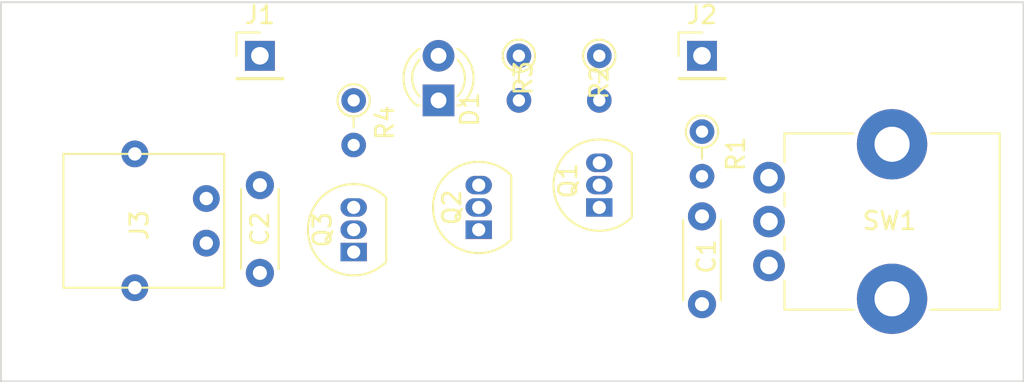
<source format=kicad_pcb>
(kicad_pcb (version 20171130) (host pcbnew "(5.1.8)-1")

  (general
    (thickness 1.6)
    (drawings 4)
    (tracks 0)
    (zones 0)
    (modules 14)
    (nets 12)
  )

  (page A4)
  (layers
    (0 F.Cu signal)
    (31 B.Cu signal)
    (32 B.Adhes user)
    (33 F.Adhes user)
    (34 B.Paste user)
    (35 F.Paste user)
    (36 B.SilkS user)
    (37 F.SilkS user)
    (38 B.Mask user)
    (39 F.Mask user)
    (40 Dwgs.User user)
    (41 Cmts.User user)
    (42 Eco1.User user)
    (43 Eco2.User user)
    (44 Edge.Cuts user)
    (45 Margin user)
    (46 B.CrtYd user)
    (47 F.CrtYd user)
    (48 B.Fab user)
    (49 F.Fab user hide)
  )

  (setup
    (last_trace_width 0.25)
    (trace_clearance 0.2)
    (zone_clearance 0.508)
    (zone_45_only no)
    (trace_min 0.2)
    (via_size 0.8)
    (via_drill 0.4)
    (via_min_size 0.4)
    (via_min_drill 0.3)
    (uvia_size 0.3)
    (uvia_drill 0.1)
    (uvias_allowed no)
    (uvia_min_size 0.2)
    (uvia_min_drill 0.1)
    (edge_width 0.05)
    (segment_width 0.2)
    (pcb_text_width 0.3)
    (pcb_text_size 1.5 1.5)
    (mod_edge_width 0.12)
    (mod_text_size 1 1)
    (mod_text_width 0.15)
    (pad_size 1.524 1.524)
    (pad_drill 0.762)
    (pad_to_mask_clearance 0)
    (aux_axis_origin 0 0)
    (visible_elements FFFFFF7F)
    (pcbplotparams
      (layerselection 0x010fc_ffffffff)
      (usegerberextensions false)
      (usegerberattributes true)
      (usegerberadvancedattributes true)
      (creategerberjobfile true)
      (excludeedgelayer true)
      (linewidth 0.100000)
      (plotframeref false)
      (viasonmask false)
      (mode 1)
      (useauxorigin false)
      (hpglpennumber 1)
      (hpglpenspeed 20)
      (hpglpendiameter 15.000000)
      (psnegative false)
      (psa4output false)
      (plotreference true)
      (plotvalue true)
      (plotinvisibletext false)
      (padsonsilk false)
      (subtractmaskfromsilk false)
      (outputformat 1)
      (mirror false)
      (drillshape 1)
      (scaleselection 1)
      (outputdirectory ""))
  )

  (net 0 "")
  (net 1 "Net-(C1-Pad2)")
  (net 2 "Net-(C1-Pad1)")
  (net 3 "Net-(C2-Pad1)")
  (net 4 "Net-(D1-Pad1)")
  (net 5 "Net-(J2-Pad1)")
  (net 6 "Net-(Q1-Pad1)")
  (net 7 "Net-(Q1-Pad3)")
  (net 8 "Net-(Q2-Pad1)")
  (net 9 "Net-(Q2-Pad3)")
  (net 10 "Net-(Q3-Pad3)")
  (net 11 "Net-(SW1-Pad1)")

  (net_class Default "This is the default net class."
    (clearance 0.2)
    (trace_width 0.25)
    (via_dia 0.8)
    (via_drill 0.4)
    (uvia_dia 0.3)
    (uvia_drill 0.1)
    (add_net "Net-(C1-Pad1)")
    (add_net "Net-(C1-Pad2)")
    (add_net "Net-(C2-Pad1)")
    (add_net "Net-(D1-Pad1)")
    (add_net "Net-(J2-Pad1)")
    (add_net "Net-(Q1-Pad1)")
    (add_net "Net-(Q1-Pad3)")
    (add_net "Net-(Q2-Pad1)")
    (add_net "Net-(Q2-Pad3)")
    (add_net "Net-(Q3-Pad3)")
    (add_net "Net-(SW1-Pad1)")
  )

  (module Capacitor_THT:C_Disc_D4.3mm_W1.9mm_P5.00mm (layer F.Cu) (tedit 5AE50EF0) (tstamp 65A056BA)
    (at 35.56 27.178 270)
    (descr "C, Disc series, Radial, pin pitch=5.00mm, , diameter*width=4.3*1.9mm^2, Capacitor, http://www.vishay.com/docs/45233/krseries.pdf")
    (tags "C Disc series Radial pin pitch 5.00mm  diameter 4.3mm width 1.9mm Capacitor")
    (path /65A08074)
    (fp_text reference C2 (at 2.5 0 90) (layer F.SilkS)
      (effects (font (size 1 1) (thickness 0.15)))
    )
    (fp_text value 10uF (at 2.5 2.2 90) (layer F.Fab)
      (effects (font (size 1 1) (thickness 0.15)))
    )
    (fp_text user %R (at 2.5 0 90) (layer F.Fab)
      (effects (font (size 0.86 0.86) (thickness 0.129)))
    )
    (fp_line (start 0.35 -0.95) (end 0.35 0.95) (layer F.Fab) (width 0.1))
    (fp_line (start 0.35 0.95) (end 4.65 0.95) (layer F.Fab) (width 0.1))
    (fp_line (start 4.65 0.95) (end 4.65 -0.95) (layer F.Fab) (width 0.1))
    (fp_line (start 4.65 -0.95) (end 0.35 -0.95) (layer F.Fab) (width 0.1))
    (fp_line (start 0.23 -1.07) (end 4.77 -1.07) (layer F.SilkS) (width 0.12))
    (fp_line (start 0.23 1.07) (end 4.77 1.07) (layer F.SilkS) (width 0.12))
    (fp_line (start 0.23 -1.07) (end 0.23 -1.055) (layer F.SilkS) (width 0.12))
    (fp_line (start 0.23 1.055) (end 0.23 1.07) (layer F.SilkS) (width 0.12))
    (fp_line (start 4.77 -1.07) (end 4.77 -1.055) (layer F.SilkS) (width 0.12))
    (fp_line (start 4.77 1.055) (end 4.77 1.07) (layer F.SilkS) (width 0.12))
    (fp_line (start -1.05 -1.2) (end -1.05 1.2) (layer F.CrtYd) (width 0.05))
    (fp_line (start -1.05 1.2) (end 6.05 1.2) (layer F.CrtYd) (width 0.05))
    (fp_line (start 6.05 1.2) (end 6.05 -1.2) (layer F.CrtYd) (width 0.05))
    (fp_line (start 6.05 -1.2) (end -1.05 -1.2) (layer F.CrtYd) (width 0.05))
    (pad 2 thru_hole circle (at 5 0 270) (size 1.6 1.6) (drill 0.8) (layers *.Cu *.Mask)
      (net 1 "Net-(C1-Pad2)"))
    (pad 1 thru_hole circle (at 0 0 270) (size 1.6 1.6) (drill 0.8) (layers *.Cu *.Mask)
      (net 3 "Net-(C2-Pad1)"))
    (model ${KISYS3DMOD}/Capacitor_THT.3dshapes/C_Disc_D4.3mm_W1.9mm_P5.00mm.wrl
      (at (xyz 0 0 0))
      (scale (xyz 1 1 1))
      (rotate (xyz 0 0 0))
    )
  )

  (module Resistor_THT:R_Axial_DIN0204_L3.6mm_D1.6mm_P2.54mm_Vertical (layer F.Cu) (tedit 5AE5139B) (tstamp 65A05795)
    (at 40.894 22.352 270)
    (descr "Resistor, Axial_DIN0204 series, Axial, Vertical, pin pitch=2.54mm, 0.167W, length*diameter=3.6*1.6mm^2, http://cdn-reichelt.de/documents/datenblatt/B400/1_4W%23YAG.pdf")
    (tags "Resistor Axial_DIN0204 series Axial Vertical pin pitch 2.54mm 0.167W length 3.6mm diameter 1.6mm")
    (path /65A03A12)
    (fp_text reference R4 (at 1.27 -1.778 90) (layer F.SilkS)
      (effects (font (size 1 1) (thickness 0.15)))
    )
    (fp_text value 680R (at 1.27 1.92 90) (layer F.Fab)
      (effects (font (size 1 1) (thickness 0.15)))
    )
    (fp_text user %R (at 1.27 0 90) (layer F.Fab)
      (effects (font (size 1 1) (thickness 0.15)))
    )
    (fp_circle (center 0 0) (end 0.8 0) (layer F.Fab) (width 0.1))
    (fp_circle (center 0 0) (end 0.92 0) (layer F.SilkS) (width 0.12))
    (fp_line (start 0 0) (end 2.54 0) (layer F.Fab) (width 0.1))
    (fp_line (start 0.92 0) (end 1.54 0) (layer F.SilkS) (width 0.12))
    (fp_line (start -1.05 -1.05) (end -1.05 1.05) (layer F.CrtYd) (width 0.05))
    (fp_line (start -1.05 1.05) (end 3.49 1.05) (layer F.CrtYd) (width 0.05))
    (fp_line (start 3.49 1.05) (end 3.49 -1.05) (layer F.CrtYd) (width 0.05))
    (fp_line (start 3.49 -1.05) (end -1.05 -1.05) (layer F.CrtYd) (width 0.05))
    (pad 2 thru_hole oval (at 2.54 0 270) (size 1.4 1.4) (drill 0.7) (layers *.Cu *.Mask)
      (net 10 "Net-(Q3-Pad3)"))
    (pad 1 thru_hole circle (at 0 0 270) (size 1.4 1.4) (drill 0.7) (layers *.Cu *.Mask)
      (net 4 "Net-(D1-Pad1)"))
    (model ${KISYS3DMOD}/Resistor_THT.3dshapes/R_Axial_DIN0204_L3.6mm_D1.6mm_P2.54mm_Vertical.wrl
      (at (xyz 0 0 0))
      (scale (xyz 1 1 1))
      (rotate (xyz 0 0 0))
    )
  )

  (module Resistor_THT:R_Axial_DIN0204_L3.6mm_D1.6mm_P2.54mm_Vertical (layer F.Cu) (tedit 5AE5139B) (tstamp 65A0577E)
    (at 50.292 19.812 270)
    (descr "Resistor, Axial_DIN0204 series, Axial, Vertical, pin pitch=2.54mm, 0.167W, length*diameter=3.6*1.6mm^2, http://cdn-reichelt.de/documents/datenblatt/B400/1_4W%23YAG.pdf")
    (tags "Resistor Axial_DIN0204 series Axial Vertical pin pitch 2.54mm 0.167W length 3.6mm diameter 1.6mm")
    (path /65A037E2)
    (fp_text reference R3 (at 1.27 -0.254 90) (layer F.SilkS)
      (effects (font (size 1 1) (thickness 0.15)))
    )
    (fp_text value 1K (at 1.27 1.92 90) (layer F.Fab)
      (effects (font (size 1 1) (thickness 0.15)))
    )
    (fp_text user %R (at 1.27 -1.92 90) (layer F.Fab)
      (effects (font (size 1 1) (thickness 0.15)))
    )
    (fp_circle (center 0 0) (end 0.8 0) (layer F.Fab) (width 0.1))
    (fp_circle (center 0 0) (end 0.92 0) (layer F.SilkS) (width 0.12))
    (fp_line (start 0 0) (end 2.54 0) (layer F.Fab) (width 0.1))
    (fp_line (start 0.92 0) (end 1.54 0) (layer F.SilkS) (width 0.12))
    (fp_line (start -1.05 -1.05) (end -1.05 1.05) (layer F.CrtYd) (width 0.05))
    (fp_line (start -1.05 1.05) (end 3.49 1.05) (layer F.CrtYd) (width 0.05))
    (fp_line (start 3.49 1.05) (end 3.49 -1.05) (layer F.CrtYd) (width 0.05))
    (fp_line (start 3.49 -1.05) (end -1.05 -1.05) (layer F.CrtYd) (width 0.05))
    (pad 2 thru_hole oval (at 2.54 0 270) (size 1.4 1.4) (drill 0.7) (layers *.Cu *.Mask)
      (net 9 "Net-(Q2-Pad3)"))
    (pad 1 thru_hole circle (at 0 0 270) (size 1.4 1.4) (drill 0.7) (layers *.Cu *.Mask)
      (net 3 "Net-(C2-Pad1)"))
    (model ${KISYS3DMOD}/Resistor_THT.3dshapes/R_Axial_DIN0204_L3.6mm_D1.6mm_P2.54mm_Vertical.wrl
      (at (xyz 0 0 0))
      (scale (xyz 1 1 1))
      (rotate (xyz 0 0 0))
    )
  )

  (module Resistor_THT:R_Axial_DIN0204_L3.6mm_D1.6mm_P2.54mm_Vertical (layer F.Cu) (tedit 5AE5139B) (tstamp 65A05767)
    (at 54.864 19.812 270)
    (descr "Resistor, Axial_DIN0204 series, Axial, Vertical, pin pitch=2.54mm, 0.167W, length*diameter=3.6*1.6mm^2, http://cdn-reichelt.de/documents/datenblatt/B400/1_4W%23YAG.pdf")
    (tags "Resistor Axial_DIN0204 series Axial Vertical pin pitch 2.54mm 0.167W length 3.6mm diameter 1.6mm")
    (path /65A0361F)
    (fp_text reference R2 (at 1.524 0 90) (layer F.SilkS)
      (effects (font (size 1 1) (thickness 0.15)))
    )
    (fp_text value 10K (at 1.27 1.92 90) (layer F.Fab)
      (effects (font (size 1 1) (thickness 0.15)))
    )
    (fp_text user %R (at 1.27 -1.92 90) (layer F.Fab)
      (effects (font (size 1 1) (thickness 0.15)))
    )
    (fp_circle (center 0 0) (end 0.8 0) (layer F.Fab) (width 0.1))
    (fp_circle (center 0 0) (end 0.92 0) (layer F.SilkS) (width 0.12))
    (fp_line (start 0 0) (end 2.54 0) (layer F.Fab) (width 0.1))
    (fp_line (start 0.92 0) (end 1.54 0) (layer F.SilkS) (width 0.12))
    (fp_line (start -1.05 -1.05) (end -1.05 1.05) (layer F.CrtYd) (width 0.05))
    (fp_line (start -1.05 1.05) (end 3.49 1.05) (layer F.CrtYd) (width 0.05))
    (fp_line (start 3.49 1.05) (end 3.49 -1.05) (layer F.CrtYd) (width 0.05))
    (fp_line (start 3.49 -1.05) (end -1.05 -1.05) (layer F.CrtYd) (width 0.05))
    (pad 2 thru_hole oval (at 2.54 0 270) (size 1.4 1.4) (drill 0.7) (layers *.Cu *.Mask)
      (net 7 "Net-(Q1-Pad3)"))
    (pad 1 thru_hole circle (at 0 0 270) (size 1.4 1.4) (drill 0.7) (layers *.Cu *.Mask)
      (net 3 "Net-(C2-Pad1)"))
    (model ${KISYS3DMOD}/Resistor_THT.3dshapes/R_Axial_DIN0204_L3.6mm_D1.6mm_P2.54mm_Vertical.wrl
      (at (xyz 0 0 0))
      (scale (xyz 1 1 1))
      (rotate (xyz 0 0 0))
    )
  )

  (module Resistor_THT:R_Axial_DIN0204_L3.6mm_D1.6mm_P2.54mm_Vertical (layer F.Cu) (tedit 5AE5139B) (tstamp 65A05750)
    (at 60.706 24.13 270)
    (descr "Resistor, Axial_DIN0204 series, Axial, Vertical, pin pitch=2.54mm, 0.167W, length*diameter=3.6*1.6mm^2, http://cdn-reichelt.de/documents/datenblatt/B400/1_4W%23YAG.pdf")
    (tags "Resistor Axial_DIN0204 series Axial Vertical pin pitch 2.54mm 0.167W length 3.6mm diameter 1.6mm")
    (path /65A02F9F)
    (fp_text reference R1 (at 1.27 -1.92 90) (layer F.SilkS)
      (effects (font (size 1 1) (thickness 0.15)))
    )
    (fp_text value 10k (at 1.27 1.92 90) (layer F.Fab)
      (effects (font (size 1 1) (thickness 0.15)))
    )
    (fp_text user %R (at 1.27 -1.92 90) (layer F.Fab)
      (effects (font (size 1 1) (thickness 0.15)))
    )
    (fp_circle (center 0 0) (end 0.8 0) (layer F.Fab) (width 0.1))
    (fp_circle (center 0 0) (end 0.92 0) (layer F.SilkS) (width 0.12))
    (fp_line (start 0 0) (end 2.54 0) (layer F.Fab) (width 0.1))
    (fp_line (start 0.92 0) (end 1.54 0) (layer F.SilkS) (width 0.12))
    (fp_line (start -1.05 -1.05) (end -1.05 1.05) (layer F.CrtYd) (width 0.05))
    (fp_line (start -1.05 1.05) (end 3.49 1.05) (layer F.CrtYd) (width 0.05))
    (fp_line (start 3.49 1.05) (end 3.49 -1.05) (layer F.CrtYd) (width 0.05))
    (fp_line (start 3.49 -1.05) (end -1.05 -1.05) (layer F.CrtYd) (width 0.05))
    (pad 2 thru_hole oval (at 2.54 0 270) (size 1.4 1.4) (drill 0.7) (layers *.Cu *.Mask)
      (net 2 "Net-(C1-Pad1)"))
    (pad 1 thru_hole circle (at 0 0 270) (size 1.4 1.4) (drill 0.7) (layers *.Cu *.Mask)
      (net 5 "Net-(J2-Pad1)"))
    (model ${KISYS3DMOD}/Resistor_THT.3dshapes/R_Axial_DIN0204_L3.6mm_D1.6mm_P2.54mm_Vertical.wrl
      (at (xyz 0 0 0))
      (scale (xyz 1 1 1))
      (rotate (xyz 0 0 0))
    )
  )

  (module Potentiometer_THT:Potentiometer_Alps_RK09K_Single_Vertical (layer F.Cu) (tedit 5A3D4993) (tstamp 65A096B0)
    (at 64.516 31.75)
    (descr "Potentiometer, vertical, Alps RK09K Single, http://www.alps.com/prod/info/E/HTML/Potentiometer/RotaryPotentiometers/RK09K/RK09K_list.html")
    (tags "Potentiometer vertical Alps RK09K Single")
    (path /65A060CF)
    (fp_text reference SW1 (at 6.858 -2.54) (layer F.SilkS)
      (effects (font (size 1 1) (thickness 0.15)))
    )
    (fp_text value 200K (at 6.05 5.15) (layer F.Fab)
      (effects (font (size 1 1) (thickness 0.15)))
    )
    (fp_text user %R (at 2 -2.5 90) (layer F.Fab)
      (effects (font (size 1 1) (thickness 0.15)))
    )
    (fp_circle (center 7.5 -2.5) (end 10.5 -2.5) (layer F.Fab) (width 0.1))
    (fp_line (start 1 -7.4) (end 1 2.4) (layer F.Fab) (width 0.1))
    (fp_line (start 1 2.4) (end 13 2.4) (layer F.Fab) (width 0.1))
    (fp_line (start 13 2.4) (end 13 -7.4) (layer F.Fab) (width 0.1))
    (fp_line (start 13 -7.4) (end 1 -7.4) (layer F.Fab) (width 0.1))
    (fp_line (start 0.88 -7.521) (end 4.817 -7.521) (layer F.SilkS) (width 0.12))
    (fp_line (start 9.184 -7.521) (end 13.12 -7.521) (layer F.SilkS) (width 0.12))
    (fp_line (start 0.88 2.52) (end 4.817 2.52) (layer F.SilkS) (width 0.12))
    (fp_line (start 9.184 2.52) (end 13.12 2.52) (layer F.SilkS) (width 0.12))
    (fp_line (start 0.88 -7.521) (end 0.88 -5.871) (layer F.SilkS) (width 0.12))
    (fp_line (start 0.88 -4.129) (end 0.88 -3.37) (layer F.SilkS) (width 0.12))
    (fp_line (start 0.88 -1.629) (end 0.88 -0.87) (layer F.SilkS) (width 0.12))
    (fp_line (start 0.88 0.87) (end 0.88 2.52) (layer F.SilkS) (width 0.12))
    (fp_line (start 13.12 -7.521) (end 13.12 2.52) (layer F.SilkS) (width 0.12))
    (fp_line (start -1.15 -9.15) (end -1.15 4.15) (layer F.CrtYd) (width 0.05))
    (fp_line (start -1.15 4.15) (end 13.25 4.15) (layer F.CrtYd) (width 0.05))
    (fp_line (start 13.25 4.15) (end 13.25 -9.15) (layer F.CrtYd) (width 0.05))
    (fp_line (start 13.25 -9.15) (end -1.15 -9.15) (layer F.CrtYd) (width 0.05))
    (pad "" np_thru_hole circle (at 7 1.9) (size 4 4) (drill 2) (layers *.Cu *.Mask))
    (pad "" np_thru_hole circle (at 7 -6.9) (size 4 4) (drill 2) (layers *.Cu *.Mask))
    (pad 1 thru_hole circle (at 0 0) (size 1.8 1.8) (drill 1) (layers *.Cu *.Mask)
      (net 11 "Net-(SW1-Pad1)"))
    (pad 2 thru_hole circle (at 0 -2.5) (size 1.8 1.8) (drill 1) (layers *.Cu *.Mask)
      (net 1 "Net-(C1-Pad2)"))
    (pad 3 thru_hole circle (at 0 -5) (size 1.8 1.8) (drill 1) (layers *.Cu *.Mask)
      (net 2 "Net-(C1-Pad1)"))
    (model ${KISYS3DMOD}/Potentiometer_THT.3dshapes/Potentiometer_Alps_RK09K_Single_Vertical.wrl
      (at (xyz 0 0 0))
      (scale (xyz 1 1 1))
      (rotate (xyz 0 0 0))
    )
  )

  (module Package_TO_SOT_THT:TO-92_Inline (layer F.Cu) (tedit 5A1DD157) (tstamp 65A05739)
    (at 40.894 30.988 90)
    (descr "TO-92 leads in-line, narrow, oval pads, drill 0.75mm (see NXP sot054_po.pdf)")
    (tags "to-92 sc-43 sc-43a sot54 PA33 transistor")
    (path /65A05027)
    (fp_text reference Q3 (at 1.27 -1.778 90) (layer F.SilkS)
      (effects (font (size 1 1) (thickness 0.15)))
    )
    (fp_text value 2N2222 (at 1.27 2.79 90) (layer F.Fab)
      (effects (font (size 1 1) (thickness 0.15)))
    )
    (fp_arc (start 1.27 0) (end 1.27 -2.6) (angle 135) (layer F.SilkS) (width 0.12))
    (fp_arc (start 1.27 0) (end 1.27 -2.48) (angle -135) (layer F.Fab) (width 0.1))
    (fp_arc (start 1.27 0) (end 1.27 -2.6) (angle -135) (layer F.SilkS) (width 0.12))
    (fp_arc (start 1.27 0) (end 1.27 -2.48) (angle 135) (layer F.Fab) (width 0.1))
    (fp_text user %R (at 1.27 0 90) (layer F.Fab)
      (effects (font (size 1 1) (thickness 0.15)))
    )
    (fp_line (start -0.53 1.85) (end 3.07 1.85) (layer F.SilkS) (width 0.12))
    (fp_line (start -0.5 1.75) (end 3 1.75) (layer F.Fab) (width 0.1))
    (fp_line (start -1.46 -2.73) (end 4 -2.73) (layer F.CrtYd) (width 0.05))
    (fp_line (start -1.46 -2.73) (end -1.46 2.01) (layer F.CrtYd) (width 0.05))
    (fp_line (start 4 2.01) (end 4 -2.73) (layer F.CrtYd) (width 0.05))
    (fp_line (start 4 2.01) (end -1.46 2.01) (layer F.CrtYd) (width 0.05))
    (pad 1 thru_hole rect (at 0 0 90) (size 1.05 1.5) (drill 0.75) (layers *.Cu *.Mask)
      (net 1 "Net-(C1-Pad2)"))
    (pad 3 thru_hole oval (at 2.54 0 90) (size 1.05 1.5) (drill 0.75) (layers *.Cu *.Mask)
      (net 10 "Net-(Q3-Pad3)"))
    (pad 2 thru_hole oval (at 1.27 0 90) (size 1.05 1.5) (drill 0.75) (layers *.Cu *.Mask)
      (net 8 "Net-(Q2-Pad1)"))
    (model ${KISYS3DMOD}/Package_TO_SOT_THT.3dshapes/TO-92_Inline.wrl
      (at (xyz 0 0 0))
      (scale (xyz 1 1 1))
      (rotate (xyz 0 0 0))
    )
  )

  (module Package_TO_SOT_THT:TO-92_Inline (layer F.Cu) (tedit 5A1DD157) (tstamp 65A05727)
    (at 48.006 29.718 90)
    (descr "TO-92 leads in-line, narrow, oval pads, drill 0.75mm (see NXP sot054_po.pdf)")
    (tags "to-92 sc-43 sc-43a sot54 PA33 transistor")
    (path /65A04B6B)
    (fp_text reference Q2 (at 1.27 -1.524 90) (layer F.SilkS)
      (effects (font (size 1 1) (thickness 0.15)))
    )
    (fp_text value 2N2222 (at 1.27 2.79 90) (layer F.Fab)
      (effects (font (size 1 1) (thickness 0.15)))
    )
    (fp_arc (start 1.27 0) (end 1.27 -2.6) (angle 135) (layer F.SilkS) (width 0.12))
    (fp_arc (start 1.27 0) (end 1.27 -2.48) (angle -135) (layer F.Fab) (width 0.1))
    (fp_arc (start 1.27 0) (end 1.27 -2.6) (angle -135) (layer F.SilkS) (width 0.12))
    (fp_arc (start 1.27 0) (end 1.27 -2.48) (angle 135) (layer F.Fab) (width 0.1))
    (fp_text user %R (at 1.27 0 90) (layer F.Fab)
      (effects (font (size 1 1) (thickness 0.15)))
    )
    (fp_line (start -0.53 1.85) (end 3.07 1.85) (layer F.SilkS) (width 0.12))
    (fp_line (start -0.5 1.75) (end 3 1.75) (layer F.Fab) (width 0.1))
    (fp_line (start -1.46 -2.73) (end 4 -2.73) (layer F.CrtYd) (width 0.05))
    (fp_line (start -1.46 -2.73) (end -1.46 2.01) (layer F.CrtYd) (width 0.05))
    (fp_line (start 4 2.01) (end 4 -2.73) (layer F.CrtYd) (width 0.05))
    (fp_line (start 4 2.01) (end -1.46 2.01) (layer F.CrtYd) (width 0.05))
    (pad 1 thru_hole rect (at 0 0 90) (size 1.05 1.5) (drill 0.75) (layers *.Cu *.Mask)
      (net 8 "Net-(Q2-Pad1)"))
    (pad 3 thru_hole oval (at 2.54 0 90) (size 1.05 1.5) (drill 0.75) (layers *.Cu *.Mask)
      (net 9 "Net-(Q2-Pad3)"))
    (pad 2 thru_hole oval (at 1.27 0 90) (size 1.05 1.5) (drill 0.75) (layers *.Cu *.Mask)
      (net 6 "Net-(Q1-Pad1)"))
    (model ${KISYS3DMOD}/Package_TO_SOT_THT.3dshapes/TO-92_Inline.wrl
      (at (xyz 0 0 0))
      (scale (xyz 1 1 1))
      (rotate (xyz 0 0 0))
    )
  )

  (module Package_TO_SOT_THT:TO-92_Inline (layer F.Cu) (tedit 5A1DD157) (tstamp 65A05715)
    (at 54.864 28.448 90)
    (descr "TO-92 leads in-line, narrow, oval pads, drill 0.75mm (see NXP sot054_po.pdf)")
    (tags "to-92 sc-43 sc-43a sot54 PA33 transistor")
    (path /65A03E9D)
    (fp_text reference Q1 (at 1.524 -1.778 90) (layer F.SilkS)
      (effects (font (size 1 1) (thickness 0.15)))
    )
    (fp_text value 2N2222 (at 1.27 2.79 90) (layer F.Fab)
      (effects (font (size 1 1) (thickness 0.15)))
    )
    (fp_arc (start 1.27 0) (end 1.27 -2.6) (angle 135) (layer F.SilkS) (width 0.12))
    (fp_arc (start 1.27 0) (end 1.27 -2.48) (angle -135) (layer F.Fab) (width 0.1))
    (fp_arc (start 1.27 0) (end 1.27 -2.6) (angle -135) (layer F.SilkS) (width 0.12))
    (fp_arc (start 1.27 0) (end 1.27 -2.48) (angle 135) (layer F.Fab) (width 0.1))
    (fp_text user %R (at 1.27 0 90) (layer F.Fab)
      (effects (font (size 1 1) (thickness 0.15)))
    )
    (fp_line (start -0.53 1.85) (end 3.07 1.85) (layer F.SilkS) (width 0.12))
    (fp_line (start -0.5 1.75) (end 3 1.75) (layer F.Fab) (width 0.1))
    (fp_line (start -1.46 -2.73) (end 4 -2.73) (layer F.CrtYd) (width 0.05))
    (fp_line (start -1.46 -2.73) (end -1.46 2.01) (layer F.CrtYd) (width 0.05))
    (fp_line (start 4 2.01) (end 4 -2.73) (layer F.CrtYd) (width 0.05))
    (fp_line (start 4 2.01) (end -1.46 2.01) (layer F.CrtYd) (width 0.05))
    (pad 1 thru_hole rect (at 0 0 90) (size 1.05 1.5) (drill 0.75) (layers *.Cu *.Mask)
      (net 6 "Net-(Q1-Pad1)"))
    (pad 3 thru_hole oval (at 2.54 0 90) (size 1.05 1.5) (drill 0.75) (layers *.Cu *.Mask)
      (net 7 "Net-(Q1-Pad3)"))
    (pad 2 thru_hole oval (at 1.27 0 90) (size 1.05 1.5) (drill 0.75) (layers *.Cu *.Mask)
      (net 2 "Net-(C1-Pad1)"))
    (model ${KISYS3DMOD}/Package_TO_SOT_THT.3dshapes/TO-92_Inline.wrl
      (at (xyz 0 0 0))
      (scale (xyz 1 1 1))
      (rotate (xyz 0 0 0))
    )
  )

  (module Connector_USB:USB_Micro_Ali-2Pin (layer F.Cu) (tedit 640EB39D) (tstamp 65A05703)
    (at 24.384 33.02 90)
    (path /65A21B27)
    (fp_text reference J3 (at 3.556 4.318 90) (layer F.SilkS)
      (effects (font (size 1 1) (thickness 0.15)))
    )
    (fp_text value USB_B_Micro (at 4.064 -1.27 90) (layer F.Fab)
      (effects (font (size 1 1) (thickness 0.15)))
    )
    (fp_line (start 0 9.144) (end 0 0) (layer F.SilkS) (width 0.12))
    (fp_line (start 7.62 9.144) (end 0 9.144) (layer F.SilkS) (width 0.12))
    (fp_line (start 7.62 0) (end 7.62 9.144) (layer F.SilkS) (width 0.12))
    (fp_line (start 0 0) (end 7.62 0) (layer F.SilkS) (width 0.12))
    (pad "" thru_hole circle (at 7.62 4.064 90) (size 1.524 1.524) (drill 0.762) (layers *.Cu *.Mask))
    (pad "" thru_hole circle (at 0 4.064 90) (size 1.524 1.524) (drill 0.762) (layers *.Cu *.Mask))
    (pad 1 thru_hole circle (at 5.08 8.128 90) (size 1.524 1.524) (drill 0.762) (layers *.Cu *.Mask)
      (net 3 "Net-(C2-Pad1)"))
    (pad 5 thru_hole circle (at 2.54 8.128 90) (size 1.524 1.524) (drill 0.762) (layers *.Cu *.Mask)
      (net 1 "Net-(C1-Pad2)"))
  )

  (module Connector_PinHeader_2.54mm:PinHeader_1x01_P2.54mm_Vertical (layer F.Cu) (tedit 59FED5CC) (tstamp 65A08E75)
    (at 60.706 19.812)
    (descr "Through hole straight pin header, 1x01, 2.54mm pitch, single row")
    (tags "Through hole pin header THT 1x01 2.54mm single row")
    (path /65A09B81)
    (fp_text reference J2 (at 0 -2.33) (layer F.SilkS)
      (effects (font (size 1 1) (thickness 0.15)))
    )
    (fp_text value "Human -" (at 0 2.33) (layer F.Fab)
      (effects (font (size 1 1) (thickness 0.15)))
    )
    (fp_text user %R (at 0 0 90) (layer F.Fab)
      (effects (font (size 1 1) (thickness 0.15)))
    )
    (fp_line (start -0.635 -1.27) (end 1.27 -1.27) (layer F.Fab) (width 0.1))
    (fp_line (start 1.27 -1.27) (end 1.27 1.27) (layer F.Fab) (width 0.1))
    (fp_line (start 1.27 1.27) (end -1.27 1.27) (layer F.Fab) (width 0.1))
    (fp_line (start -1.27 1.27) (end -1.27 -0.635) (layer F.Fab) (width 0.1))
    (fp_line (start -1.27 -0.635) (end -0.635 -1.27) (layer F.Fab) (width 0.1))
    (fp_line (start -1.33 1.33) (end 1.33 1.33) (layer F.SilkS) (width 0.12))
    (fp_line (start -1.33 1.27) (end -1.33 1.33) (layer F.SilkS) (width 0.12))
    (fp_line (start 1.33 1.27) (end 1.33 1.33) (layer F.SilkS) (width 0.12))
    (fp_line (start -1.33 1.27) (end 1.33 1.27) (layer F.SilkS) (width 0.12))
    (fp_line (start -1.33 0) (end -1.33 -1.33) (layer F.SilkS) (width 0.12))
    (fp_line (start -1.33 -1.33) (end 0 -1.33) (layer F.SilkS) (width 0.12))
    (fp_line (start -1.8 -1.8) (end -1.8 1.8) (layer F.CrtYd) (width 0.05))
    (fp_line (start -1.8 1.8) (end 1.8 1.8) (layer F.CrtYd) (width 0.05))
    (fp_line (start 1.8 1.8) (end 1.8 -1.8) (layer F.CrtYd) (width 0.05))
    (fp_line (start 1.8 -1.8) (end -1.8 -1.8) (layer F.CrtYd) (width 0.05))
    (pad 1 thru_hole rect (at 0 0) (size 1.7 1.7) (drill 1) (layers *.Cu *.Mask)
      (net 5 "Net-(J2-Pad1)"))
    (model ${KISYS3DMOD}/Connector_PinHeader_2.54mm.3dshapes/PinHeader_1x01_P2.54mm_Vertical.wrl
      (at (xyz 0 0 0))
      (scale (xyz 1 1 1))
      (rotate (xyz 0 0 0))
    )
  )

  (module Connector_PinHeader_2.54mm:PinHeader_1x01_P2.54mm_Vertical (layer F.Cu) (tedit 59FED5CC) (tstamp 65A08CDD)
    (at 35.56 19.812)
    (descr "Through hole straight pin header, 1x01, 2.54mm pitch, single row")
    (tags "Through hole pin header THT 1x01 2.54mm single row")
    (path /65A091F0)
    (fp_text reference J1 (at 0 -2.33) (layer F.SilkS)
      (effects (font (size 1 1) (thickness 0.15)))
    )
    (fp_text value "Human +" (at 0 2.33) (layer F.Fab)
      (effects (font (size 1 1) (thickness 0.15)))
    )
    (fp_text user %R (at 0 0 90) (layer F.Fab)
      (effects (font (size 1 1) (thickness 0.15)))
    )
    (fp_line (start -0.635 -1.27) (end 1.27 -1.27) (layer F.Fab) (width 0.1))
    (fp_line (start 1.27 -1.27) (end 1.27 1.27) (layer F.Fab) (width 0.1))
    (fp_line (start 1.27 1.27) (end -1.27 1.27) (layer F.Fab) (width 0.1))
    (fp_line (start -1.27 1.27) (end -1.27 -0.635) (layer F.Fab) (width 0.1))
    (fp_line (start -1.27 -0.635) (end -0.635 -1.27) (layer F.Fab) (width 0.1))
    (fp_line (start -1.33 1.33) (end 1.33 1.33) (layer F.SilkS) (width 0.12))
    (fp_line (start -1.33 1.27) (end -1.33 1.33) (layer F.SilkS) (width 0.12))
    (fp_line (start 1.33 1.27) (end 1.33 1.33) (layer F.SilkS) (width 0.12))
    (fp_line (start -1.33 1.27) (end 1.33 1.27) (layer F.SilkS) (width 0.12))
    (fp_line (start -1.33 0) (end -1.33 -1.33) (layer F.SilkS) (width 0.12))
    (fp_line (start -1.33 -1.33) (end 0 -1.33) (layer F.SilkS) (width 0.12))
    (fp_line (start -1.8 -1.8) (end -1.8 1.8) (layer F.CrtYd) (width 0.05))
    (fp_line (start -1.8 1.8) (end 1.8 1.8) (layer F.CrtYd) (width 0.05))
    (fp_line (start 1.8 1.8) (end 1.8 -1.8) (layer F.CrtYd) (width 0.05))
    (fp_line (start 1.8 -1.8) (end -1.8 -1.8) (layer F.CrtYd) (width 0.05))
    (pad 1 thru_hole rect (at 0 0) (size 1.7 1.7) (drill 1) (layers *.Cu *.Mask)
      (net 3 "Net-(C2-Pad1)"))
    (model ${KISYS3DMOD}/Connector_PinHeader_2.54mm.3dshapes/PinHeader_1x01_P2.54mm_Vertical.wrl
      (at (xyz 0 0 0))
      (scale (xyz 1 1 1))
      (rotate (xyz 0 0 0))
    )
  )

  (module LED_THT:LED_D3.0mm (layer F.Cu) (tedit 587A3A7B) (tstamp 65A056CD)
    (at 45.72 22.352 90)
    (descr "LED, diameter 3.0mm, 2 pins")
    (tags "LED diameter 3.0mm 2 pins")
    (path /65A05504)
    (fp_text reference D1 (at -0.508 1.778 90) (layer F.SilkS)
      (effects (font (size 1 1) (thickness 0.15)))
    )
    (fp_text value LED (at 1.27 2.96 90) (layer F.Fab)
      (effects (font (size 1 1) (thickness 0.15)))
    )
    (fp_arc (start 1.27 0) (end 0.229039 1.08) (angle -87.9) (layer F.SilkS) (width 0.12))
    (fp_arc (start 1.27 0) (end 0.229039 -1.08) (angle 87.9) (layer F.SilkS) (width 0.12))
    (fp_arc (start 1.27 0) (end -0.29 1.235516) (angle -108.8) (layer F.SilkS) (width 0.12))
    (fp_arc (start 1.27 0) (end -0.29 -1.235516) (angle 108.8) (layer F.SilkS) (width 0.12))
    (fp_arc (start 1.27 0) (end -0.23 -1.16619) (angle 284.3) (layer F.Fab) (width 0.1))
    (fp_circle (center 1.27 0) (end 2.77 0) (layer F.Fab) (width 0.1))
    (fp_line (start -0.23 -1.16619) (end -0.23 1.16619) (layer F.Fab) (width 0.1))
    (fp_line (start -0.29 -1.236) (end -0.29 -1.08) (layer F.SilkS) (width 0.12))
    (fp_line (start -0.29 1.08) (end -0.29 1.236) (layer F.SilkS) (width 0.12))
    (fp_line (start -1.15 -2.25) (end -1.15 2.25) (layer F.CrtYd) (width 0.05))
    (fp_line (start -1.15 2.25) (end 3.7 2.25) (layer F.CrtYd) (width 0.05))
    (fp_line (start 3.7 2.25) (end 3.7 -2.25) (layer F.CrtYd) (width 0.05))
    (fp_line (start 3.7 -2.25) (end -1.15 -2.25) (layer F.CrtYd) (width 0.05))
    (pad 2 thru_hole circle (at 2.54 0 90) (size 1.8 1.8) (drill 0.9) (layers *.Cu *.Mask)
      (net 3 "Net-(C2-Pad1)"))
    (pad 1 thru_hole rect (at 0 0 90) (size 1.8 1.8) (drill 0.9) (layers *.Cu *.Mask)
      (net 4 "Net-(D1-Pad1)"))
    (model ${KISYS3DMOD}/LED_THT.3dshapes/LED_D3.0mm.wrl
      (at (xyz 0 0 0))
      (scale (xyz 1 1 1))
      (rotate (xyz 0 0 0))
    )
  )

  (module Capacitor_THT:C_Disc_D4.3mm_W1.9mm_P5.00mm (layer F.Cu) (tedit 5AE50EF0) (tstamp 65A05636)
    (at 60.706 28.956 270)
    (descr "C, Disc series, Radial, pin pitch=5.00mm, , diameter*width=4.3*1.9mm^2, Capacitor, http://www.vishay.com/docs/45233/krseries.pdf")
    (tags "C Disc series Radial pin pitch 5.00mm  diameter 4.3mm width 1.9mm Capacitor")
    (path /65A07C0C)
    (fp_text reference C1 (at 2.286 -0.254 90) (layer F.SilkS)
      (effects (font (size 1 1) (thickness 0.15)))
    )
    (fp_text value 22nF (at 2.5 2.2 90) (layer F.Fab)
      (effects (font (size 1 1) (thickness 0.15)))
    )
    (fp_text user %R (at 2.5 0 90) (layer F.Fab)
      (effects (font (size 0.86 0.86) (thickness 0.129)))
    )
    (fp_line (start 0.35 -0.95) (end 0.35 0.95) (layer F.Fab) (width 0.1))
    (fp_line (start 0.35 0.95) (end 4.65 0.95) (layer F.Fab) (width 0.1))
    (fp_line (start 4.65 0.95) (end 4.65 -0.95) (layer F.Fab) (width 0.1))
    (fp_line (start 4.65 -0.95) (end 0.35 -0.95) (layer F.Fab) (width 0.1))
    (fp_line (start 0.23 -1.07) (end 4.77 -1.07) (layer F.SilkS) (width 0.12))
    (fp_line (start 0.23 1.07) (end 4.77 1.07) (layer F.SilkS) (width 0.12))
    (fp_line (start 0.23 -1.07) (end 0.23 -1.055) (layer F.SilkS) (width 0.12))
    (fp_line (start 0.23 1.055) (end 0.23 1.07) (layer F.SilkS) (width 0.12))
    (fp_line (start 4.77 -1.07) (end 4.77 -1.055) (layer F.SilkS) (width 0.12))
    (fp_line (start 4.77 1.055) (end 4.77 1.07) (layer F.SilkS) (width 0.12))
    (fp_line (start -1.05 -1.2) (end -1.05 1.2) (layer F.CrtYd) (width 0.05))
    (fp_line (start -1.05 1.2) (end 6.05 1.2) (layer F.CrtYd) (width 0.05))
    (fp_line (start 6.05 1.2) (end 6.05 -1.2) (layer F.CrtYd) (width 0.05))
    (fp_line (start 6.05 -1.2) (end -1.05 -1.2) (layer F.CrtYd) (width 0.05))
    (pad 2 thru_hole circle (at 5 0 270) (size 1.6 1.6) (drill 0.8) (layers *.Cu *.Mask)
      (net 1 "Net-(C1-Pad2)"))
    (pad 1 thru_hole circle (at 0 0 270) (size 1.6 1.6) (drill 0.8) (layers *.Cu *.Mask)
      (net 2 "Net-(C1-Pad1)"))
    (model ${KISYS3DMOD}/Capacitor_THT.3dshapes/C_Disc_D4.3mm_W1.9mm_P5.00mm.wrl
      (at (xyz 0 0 0))
      (scale (xyz 1 1 1))
      (rotate (xyz 0 0 0))
    )
  )

  (gr_line (start 78.994 16.764) (end 78.994 38.354) (layer Edge.Cuts) (width 0.1))
  (gr_line (start 20.828 16.764) (end 78.994 16.764) (layer Edge.Cuts) (width 0.1))
  (gr_line (start 20.828 38.354) (end 20.828 16.764) (layer Edge.Cuts) (width 0.1))
  (gr_line (start 78.994 38.354) (end 20.828 38.354) (layer Edge.Cuts) (width 0.1))

)

</source>
